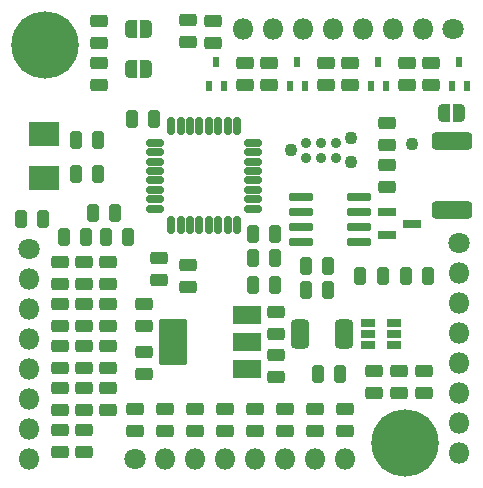
<source format=gts>
%TF.GenerationSoftware,KiCad,Pcbnew,(7.0.0)*%
%TF.CreationDate,2023-02-19T00:42:13-05:00*%
%TF.ProjectId,CANBoard,43414e42-6f61-4726-942e-6b696361645f,v1*%
%TF.SameCoordinates,Original*%
%TF.FileFunction,Soldermask,Top*%
%TF.FilePolarity,Negative*%
%FSLAX46Y46*%
G04 Gerber Fmt 4.6, Leading zero omitted, Abs format (unit mm)*
G04 Created by KiCad (PCBNEW (7.0.0)) date 2023-02-19 00:42:13*
%MOMM*%
%LPD*%
G01*
G04 APERTURE LIST*
G04 Aperture macros list*
%AMRoundRect*
0 Rectangle with rounded corners*
0 $1 Rounding radius*
0 $2 $3 $4 $5 $6 $7 $8 $9 X,Y pos of 4 corners*
0 Add a 4 corners polygon primitive as box body*
4,1,4,$2,$3,$4,$5,$6,$7,$8,$9,$2,$3,0*
0 Add four circle primitives for the rounded corners*
1,1,$1+$1,$2,$3*
1,1,$1+$1,$4,$5*
1,1,$1+$1,$6,$7*
1,1,$1+$1,$8,$9*
0 Add four rect primitives between the rounded corners*
20,1,$1+$1,$2,$3,$4,$5,0*
20,1,$1+$1,$4,$5,$6,$7,0*
20,1,$1+$1,$6,$7,$8,$9,0*
20,1,$1+$1,$8,$9,$2,$3,0*%
%AMFreePoly0*
4,1,35,0.012286,0.794911,0.071157,0.794911,0.085244,0.792886,0.221795,0.752791,0.234740,0.746879,0.354462,0.669938,0.365217,0.660618,0.458414,0.553063,0.466109,0.541091,0.525228,0.411637,0.529237,0.397982,0.549491,0.257116,0.550000,0.250000,0.550000,-0.250000,0.549491,-0.257116,0.529237,-0.397982,0.525228,-0.411637,0.466109,-0.541091,0.458414,-0.553063,0.365217,-0.660618,
0.354462,-0.669938,0.234740,-0.746879,0.221795,-0.752791,0.085244,-0.792886,0.071157,-0.794911,0.012286,-0.794911,0.000000,-0.800000,-0.500000,-0.800000,-0.535355,-0.785355,-0.550000,-0.750000,-0.550000,0.750000,-0.535355,0.785355,-0.500000,0.800000,0.000000,0.800000,0.012286,0.794911,0.012286,0.794911,$1*%
%AMFreePoly1*
4,1,35,0.535355,0.785355,0.550000,0.750000,0.550000,-0.750000,0.535355,-0.785355,0.500000,-0.800000,0.000000,-0.800000,-0.012286,-0.794911,-0.071157,-0.794911,-0.085244,-0.792886,-0.221795,-0.752791,-0.234740,-0.746879,-0.354462,-0.669938,-0.365217,-0.660618,-0.458414,-0.553063,-0.466109,-0.541091,-0.525228,-0.411637,-0.529237,-0.397982,-0.549491,-0.257116,-0.550000,-0.250000,-0.550000,0.250000,
-0.549491,0.257116,-0.529237,0.397982,-0.525228,0.411637,-0.466109,0.541091,-0.458414,0.553063,-0.365217,0.660618,-0.354462,0.669938,-0.234740,0.746879,-0.221795,0.752791,-0.085244,0.792886,-0.071157,0.794911,-0.012286,0.794911,0.000000,0.800000,0.500000,0.800000,0.535355,0.785355,0.535355,0.785355,$1*%
G04 Aperture macros list end*
%ADD10C,1.090600*%
%ADD11C,0.887400*%
%ADD12RoundRect,0.293750X-0.456250X0.243750X-0.456250X-0.243750X0.456250X-0.243750X0.456250X0.243750X0*%
%ADD13O,1.800000X1.800000*%
%ADD14C,1.800000*%
%ADD15C,5.700000*%
%ADD16RoundRect,0.293750X0.243750X0.456250X-0.243750X0.456250X-0.243750X-0.456250X0.243750X-0.456250X0*%
%ADD17RoundRect,0.293750X-0.243750X-0.456250X0.243750X-0.456250X0.243750X0.456250X-0.243750X0.456250X0*%
%ADD18RoundRect,0.070000X-0.650000X-0.300000X0.650000X-0.300000X0.650000X0.300000X-0.650000X0.300000X0*%
%ADD19RoundRect,0.050000X-1.200000X1.000000X-1.200000X-1.000000X1.200000X-1.000000X1.200000X1.000000X0*%
%ADD20RoundRect,0.175000X-0.125000X-0.625000X0.125000X-0.625000X0.125000X0.625000X-0.125000X0.625000X0*%
%ADD21RoundRect,0.175000X-0.625000X-0.125000X0.625000X-0.125000X0.625000X0.125000X-0.625000X0.125000X0*%
%ADD22RoundRect,0.300000X1.425000X-0.425000X1.425000X0.425000X-1.425000X0.425000X-1.425000X-0.425000X0*%
%ADD23RoundRect,0.293750X0.456250X-0.243750X0.456250X0.243750X-0.456250X0.243750X-0.456250X-0.243750X0*%
%ADD24RoundRect,0.425000X0.375000X-0.825000X0.375000X0.825000X-0.375000X0.825000X-0.375000X-0.825000X0*%
%ADD25RoundRect,0.050000X-0.530000X-0.325000X0.530000X-0.325000X0.530000X0.325000X-0.530000X0.325000X0*%
%ADD26RoundRect,0.050000X1.100000X-1.900000X1.100000X1.900000X-1.100000X1.900000X-1.100000X-1.900000X0*%
%ADD27RoundRect,0.050000X1.100000X-0.750000X1.100000X0.750000X-1.100000X0.750000X-1.100000X-0.750000X0*%
%ADD28C,1.100000*%
%ADD29RoundRect,0.050000X-0.225000X-0.350000X0.225000X-0.350000X0.225000X0.350000X-0.225000X0.350000X0*%
%ADD30FreePoly0,0.000000*%
%ADD31FreePoly1,0.000000*%
%ADD32RoundRect,0.200000X-0.825000X-0.150000X0.825000X-0.150000X0.825000X0.150000X-0.825000X0.150000X0*%
G04 APERTURE END LIST*
D10*
X141986000Y-75057000D03*
X147066000Y-74041000D03*
X147066000Y-76073000D03*
D11*
X143256000Y-75692000D03*
X143256000Y-74422000D03*
X144526000Y-75692000D03*
X144526000Y-74422000D03*
X145796000Y-75692000D03*
X145796000Y-74422000D03*
D12*
X144018000Y-98854500D03*
X144018000Y-96979500D03*
X141478000Y-98854500D03*
X141478000Y-96979500D03*
X138938000Y-98854500D03*
X138938000Y-96979500D03*
X150114000Y-74612500D03*
X150114000Y-72737500D03*
X136398000Y-98854500D03*
X136398000Y-96979500D03*
X133858000Y-98854500D03*
X133858000Y-96979500D03*
X128778000Y-98854500D03*
X128778000Y-96979500D03*
D13*
X146557999Y-101218999D03*
X144017999Y-101218999D03*
X141477999Y-101218999D03*
X138937999Y-101218999D03*
X136397999Y-101218999D03*
X133857999Y-101218999D03*
X131317999Y-101218999D03*
D14*
X128778000Y-101219000D03*
D15*
X151638000Y-99822000D03*
D16*
X138762500Y-82169000D03*
X140637500Y-82169000D03*
D17*
X124635500Y-82423000D03*
X122760500Y-82423000D03*
D16*
X126316500Y-82423000D03*
X128191500Y-82423000D03*
D17*
X120952500Y-80899000D03*
X119077500Y-80899000D03*
X125651500Y-77089000D03*
X123776500Y-77089000D03*
X130350500Y-72390000D03*
X128475500Y-72390000D03*
X127048500Y-80391000D03*
X125173500Y-80391000D03*
D16*
X138762500Y-84201000D03*
X140637500Y-84201000D03*
D17*
X145082500Y-84836000D03*
X143207500Y-84836000D03*
D12*
X133223000Y-86662500D03*
X133223000Y-84787500D03*
X126492000Y-97076500D03*
X126492000Y-95201500D03*
D17*
X125651500Y-74168000D03*
X123776500Y-74168000D03*
D15*
X121158000Y-66167000D03*
D18*
X152180000Y-81280000D03*
X150080000Y-82230000D03*
X150080000Y-80330000D03*
D19*
X121031000Y-77415000D03*
X121031000Y-73715000D03*
D20*
X131820000Y-73041000D03*
X132620000Y-73041000D03*
X133420000Y-73041000D03*
X134220000Y-73041000D03*
X135020000Y-73041000D03*
X135820000Y-73041000D03*
X136620000Y-73041000D03*
X137420000Y-73041000D03*
D21*
X138795000Y-74416000D03*
X138795000Y-75216000D03*
X138795000Y-76016000D03*
X138795000Y-76816000D03*
X138795000Y-77616000D03*
X138795000Y-78416000D03*
X138795000Y-79216000D03*
X138795000Y-80016000D03*
D20*
X137420000Y-81391000D03*
X136620000Y-81391000D03*
X135820000Y-81391000D03*
X135020000Y-81391000D03*
X134220000Y-81391000D03*
X133420000Y-81391000D03*
X132620000Y-81391000D03*
X131820000Y-81391000D03*
D21*
X130445000Y-80016000D03*
X130445000Y-79216000D03*
X130445000Y-78416000D03*
X130445000Y-77616000D03*
X130445000Y-76816000D03*
X130445000Y-76016000D03*
X130445000Y-75216000D03*
X130445000Y-74416000D03*
D22*
X155575000Y-74316000D03*
X155575000Y-80116000D03*
D12*
X149034500Y-95616000D03*
X149034500Y-93741000D03*
X151130000Y-95616000D03*
X151130000Y-93741000D03*
D23*
X140716000Y-88724500D03*
X140716000Y-90599500D03*
D12*
X140716000Y-94282500D03*
X140716000Y-92407500D03*
D24*
X146439500Y-90614500D03*
X142739500Y-90614500D03*
D17*
X153591500Y-85725000D03*
X151716500Y-85725000D03*
D16*
X143207500Y-86868000D03*
X145082500Y-86868000D03*
D25*
X150706000Y-89664500D03*
X150706000Y-90614500D03*
X150706000Y-91564500D03*
X148506000Y-91564500D03*
X148506000Y-90614500D03*
X148506000Y-89664500D03*
D12*
X129540000Y-94028500D03*
X129540000Y-92153500D03*
D26*
X131978000Y-91313000D03*
D27*
X138278000Y-89013000D03*
X138278000Y-91313000D03*
X138278000Y-93613000D03*
D12*
X146558000Y-98854500D03*
X146558000Y-96979500D03*
D28*
X152209500Y-74549000D03*
D12*
X153225500Y-95616000D03*
X153225500Y-93741000D03*
D17*
X146147000Y-94043500D03*
X144272000Y-94043500D03*
D13*
X137921999Y-64769999D03*
X140461999Y-64769999D03*
X143001999Y-64769999D03*
X145541999Y-64769999D03*
X148081999Y-64769999D03*
X150621999Y-64769999D03*
X153161999Y-64769999D03*
D14*
X155702000Y-64770000D03*
D12*
X129540000Y-89964500D03*
X129540000Y-88089500D03*
D23*
X150114000Y-76278500D03*
X150114000Y-78153500D03*
D12*
X130810000Y-86027500D03*
X130810000Y-84152500D03*
D23*
X144907000Y-67642500D03*
X144907000Y-69517500D03*
D29*
X142494000Y-67580000D03*
X143144000Y-69580000D03*
X141844000Y-69580000D03*
D12*
X135382000Y-65961500D03*
X135382000Y-64086500D03*
X151765000Y-69517500D03*
X151765000Y-67642500D03*
X140081000Y-69517500D03*
X140081000Y-67642500D03*
D29*
X149352000Y-67580000D03*
X150002000Y-69580000D03*
X148702000Y-69580000D03*
D23*
X138049000Y-67642500D03*
X138049000Y-69517500D03*
D29*
X135636000Y-67580000D03*
X136286000Y-69580000D03*
X134986000Y-69580000D03*
D12*
X146939000Y-69517500D03*
X146939000Y-67642500D03*
D23*
X153797000Y-67642500D03*
X153797000Y-69517500D03*
D12*
X133223000Y-65913000D03*
X133223000Y-64038000D03*
D29*
X156210000Y-67580000D03*
X156860000Y-69580000D03*
X155560000Y-69580000D03*
D30*
X156225000Y-71882000D03*
D31*
X154925000Y-71882000D03*
D13*
X156209999Y-100710999D03*
X156209999Y-98170999D03*
X156209999Y-95630999D03*
X156209999Y-93090999D03*
X156209999Y-90550999D03*
X156209999Y-88010999D03*
X156209999Y-85470999D03*
D14*
X156210000Y-82931000D03*
D12*
X131318000Y-98854500D03*
X131318000Y-96979500D03*
D17*
X140637500Y-86487000D03*
X138762500Y-86487000D03*
D23*
X122428000Y-88089500D03*
X122428000Y-89964500D03*
D12*
X122428000Y-97076500D03*
X122428000Y-95201500D03*
X122428000Y-86408500D03*
X122428000Y-84533500D03*
X122428000Y-100632500D03*
X122428000Y-98757500D03*
D23*
X122428000Y-91645500D03*
X122428000Y-93520500D03*
D13*
X119760999Y-101218999D03*
X119760999Y-98678999D03*
X119760999Y-96138999D03*
X119760999Y-93598999D03*
X119760999Y-91058999D03*
X119760999Y-88518999D03*
X119760999Y-85978999D03*
D14*
X119761000Y-83439000D03*
D12*
X126492000Y-86408500D03*
X126492000Y-84533500D03*
D23*
X126492000Y-88089500D03*
X126492000Y-89964500D03*
X126492000Y-91645500D03*
X126492000Y-93520500D03*
X124460000Y-84533500D03*
X124460000Y-86408500D03*
D12*
X124460000Y-89964500D03*
X124460000Y-88089500D03*
X124460000Y-93520500D03*
X124460000Y-91645500D03*
D23*
X124460000Y-98757500D03*
X124460000Y-100632500D03*
X124460000Y-95201500D03*
X124460000Y-97076500D03*
D12*
X125730000Y-65961500D03*
X125730000Y-64086500D03*
X125730000Y-69517500D03*
X125730000Y-67642500D03*
D17*
X149718000Y-85725000D03*
X147843000Y-85725000D03*
D32*
X147763000Y-78994000D03*
X147763000Y-80264000D03*
X147763000Y-81534000D03*
X147763000Y-82804000D03*
X142813000Y-82804000D03*
X142813000Y-81534000D03*
X142813000Y-80264000D03*
X142813000Y-78994000D03*
D30*
X129682000Y-64770000D03*
D31*
X128382000Y-64770000D03*
D30*
X129682000Y-68199000D03*
D31*
X128382000Y-68199000D03*
M02*

</source>
